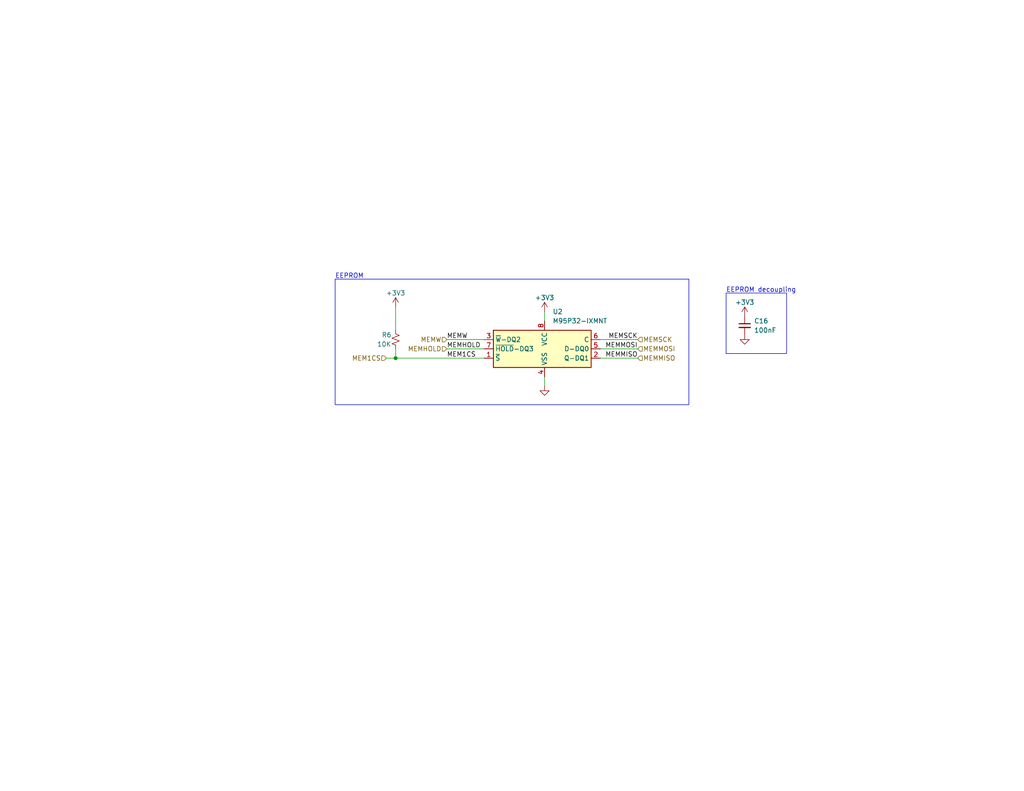
<source format=kicad_sch>
(kicad_sch (version 20230121) (generator eeschema)
  (paper "USLetter")
  (lib_symbols
    (symbol "Device:C_Small" (pin_numbers hide) (pin_names (offset 0.254) hide)
      (property "Reference" "C" (at 0.254 1.778 0))
      (property "Value" "C_Small" (at 0.254 -2.032 0))
      (symbol "C_Small_0_1"
        (polyline (pts (xy -1.524 -0.508) (xy 1.524 -0.508)) (stroke (width 0.3302)))
        (polyline (pts (xy -1.524 0.508) (xy 1.524 0.508)) (stroke (width 0.3048)))
      )
      (symbol "C_Small_1_1"
        (pin passive line (at 0 2.54 270) (length 2.032) (name "~") (number "1"))
        (pin passive line (at 0 -2.54 90) (length 2.032) (name "~") (number "2"))
      )
    )
    (symbol "Device:R_Small_US" (pin_numbers hide) (pin_names (offset 0.254) hide)
      (property "Reference" "R" (at 0.762 0.508 0))
      (property "Value" "R_Small_US" (at 0.762 -1.016 0))
      (symbol "R_Small_US_1_1"
        (polyline (pts (xy 0 0) (xy 1.016 -0.381) (xy 0 -0.762) (xy -1.016 -1.143) (xy 0 -1.524)))
        (polyline (pts (xy 0 1.524) (xy 1.016 1.143) (xy 0 0.762) (xy -1.016 0.381) (xy 0 0)))
        (pin passive line (at 0 2.54 270) (length 1.016) (name "~") (number "1"))
        (pin passive line (at 0 -2.54 90) (length 1.016) (name "~") (number "2"))
      )
    )
    (symbol "Memory_EEPROM_Custom:M95P32-IXMNT"
      (property "Reference" "U" (at -7.62 6.35 0))
      (property "Value" "M95P32-IXMNT" (at 2.54 -6.35 0))
      (symbol "M95P32-IXMNT_1_1"
        (rectangle (start -13.97 5.08) (end 12.7 -5.08) (stroke (width 0.254)) (fill (type background)))
        (pin input line (at -16.51 -2.54 0) (length 2.54) (name "~{S}") (number "1"))
        (pin output line (at 15.24 -2.54 180) (length 2.54) (name "Q-DQ1") (number "2"))
        (pin input line (at -16.51 2.54 0) (length 2.54) (name "~{W}-DQ2") (number "3"))
        (pin power_in line (at 0 -7.62 90) (length 2.54) (name "VSS") (number "4"))
        (pin input line (at 15.24 0 180) (length 2.54) (name "D-DQ0") (number "5"))
        (pin input line (at 15.24 2.54 180) (length 2.54) (name "C") (number "6"))
        (pin input line (at -16.51 0 0) (length 2.54) (name "~{HOLD}-DQ3") (number "7"))
        (pin power_in line (at 0 7.62 270) (length 2.54) (name "VCC") (number "8"))
      )
    )
    (symbol "power:+3V3" (power) (pin_names (offset 0))
      (property "Value" "+3V3" (at 0 3.556 0))
      (symbol "+3V3_0_1"
        (polyline (pts (xy -0.762 1.27) (xy 0 2.54)))
        (polyline (pts (xy 0 0) (xy 0 2.54)))
        (polyline (pts (xy 0 2.54) (xy 0.762 1.27)))
      )
      (symbol "+3V3_1_1"
        (pin power_in line (at 0 0 90) (length 0) hide (name "+3V3") (number "1"))
      )
    )
    (symbol "power:GND" (power) (pin_names (offset 0))
      (property "Value" "GND" (at 0 -3.81 0))
      (symbol "GND_0_1"
        (polyline (pts (xy 0 0) (xy 0 -1.27) (xy 1.27 -1.27) (xy 0 -2.54) (xy -1.27 -1.27) (xy 0 -1.27)))
      )
      (symbol "GND_1_1"
        (pin power_in line (at 0 0 270) (length 0) hide (name "GND") (number "1"))
      )
    )
  )
  (junction (at 107.95 97.79))
  (wire (pts (xy 107.95 97.79) (xy 132.08 97.79)))
  (wire (pts (xy 107.95 95.25) (xy 107.95 97.79)))
  (wire (pts (xy 148.59 85.09) (xy 148.59 87.63)))
  (wire (pts (xy 163.83 92.71) (xy 173.99 92.71)))
  (wire (pts (xy 121.92 95.25) (xy 132.08 95.25)))
  (wire (pts (xy 107.95 83.82) (xy 107.95 90.17)))
  (wire (pts (xy 163.83 97.79) (xy 173.99 97.79)))
  (wire (pts (xy 105.41 97.79) (xy 107.95 97.79)))
  (wire (pts (xy 148.59 102.87) (xy 148.59 105.41)))
  (wire (pts (xy 163.83 95.25) (xy 173.99 95.25)))
  (wire (pts (xy 121.92 92.71) (xy 132.08 92.71)))
  (rectangle (start 91.44 76.2) (end 187.96 110.49))
  (rectangle (start 198.12 80.01) (end 214.63 96.52))
  (text "EEPROM" (at 91.44 76.2 0) (effects (font (size 1.27 1.27)) (justify left bottom)))
  (text "EEPROM decoupling" (at 198.12 80.01 0) (effects (font (size 1.27 1.27)) (justify left bottom)))
  (label "MEMW" (at 121.92 92.71 0))
  (label "MEMHOLD" (at 121.92 95.25 0))
  (label "MEM1CS" (at 121.92 97.79 0))
  (label "MEMMISO" (at 173.99 97.79 180))
  (label "MEMMOSI" (at 173.99 95.25 180))
  (label "MEMSCK" (at 173.99 92.71 180))
  (hierarchical_label "MEMHOLD" (shape input) (at 121.92 95.25 180))
  (hierarchical_label "MEMW" (shape input) (at 121.92 92.71 180))
  (hierarchical_label "MEMMISO" (shape input) (at 173.99 97.79 0))
  (hierarchical_label "MEMSCK" (shape input) (at 173.99 92.71 0))
  (hierarchical_label "MEMMOSI" (shape input) (at 173.99 95.25 0))
  (hierarchical_label "MEM1CS" (shape input) (at 105.41 97.79 180))
  (symbol (lib_id "Memory_EEPROM_Custom:M95P32-IXMNT") (at 148.59 95.25 0) (unit 1)
    (property "Reference" "U2" (at 150.7841 85.09 0) (effects (justify left)))
    (property "Value" "M95P32-IXMNT" (at 150.7841 87.63 0) (effects (justify left)))
    (property "Footprint" "Package_SO:SO-8_3.9x4.9mm_P1.27mm" (effects hide))
    (property "Datasheet" "https://www.st.com/resource/en/datasheet/m95p32-i.pdf" (effects hide))
  )
  (symbol (lib_id "Device:C_Small") (at 203.2 88.9 0) (unit 1)
    (property "Reference" "C16" (at 205.74 87.6363 0) (effects (justify left)))
    (property "Value" "100nF" (at 205.74 90.1763 0) (effects (justify left)))
    (property "Footprint" "Capacitor_SMD:C_0805_2012Metric_Pad1.18x1.45mm_HandSolder" (effects hide))
  )
  (symbol (lib_id "Device:R_Small_US") (at 107.95 92.71 0) (unit 1)
    (property "Reference" "R6" (at 104.14 91.44 0) (effects (justify left)))
    (property "Value" "10K" (at 102.87 93.98 0) (effects (justify left)))
    (property "Footprint" "Resistor_SMD:R_0805_2012Metric_Pad1.20x1.40mm_HandSolder" (effects hide))
  )
  (symbol (lib_id "power:+3V3") (at 203.2 86.36 0) (unit 1)
    (property "Reference" "#PWR038" (effects hide))
    (property "Value" "+3V3" (at 203.2 82.55 0))
  )
  (symbol (lib_id "power:+3V3") (at 107.95 83.82 0) (unit 1)
    (property "Reference" "#PWR031" (effects hide))
    (property "Value" "+3V3" (at 107.95 80.01 0))
    (instances (project "Master PCB" (path "" (reference "#PWR031") (unit 1)) (path "" (reference "#PWR025") (unit 1))))
  )
  (symbol (lib_id "power:GND") (at 148.59 105.41 0) (unit 1)
    (property "Reference" "#PWR032" (effects hide))
    (property "Value" "GND" (effects hide))
  )
  (symbol (lib_id "power:GND") (at 203.2 91.44 0) (unit 1)
    (property "Reference" "#PWR040" (effects hide))
    (property "Value" "GND" (effects hide))
  )
  (symbol (lib_id "power:+3V3") (at 148.59 85.09 0) (unit 1)
    (property "Reference" "#PWR031" (effects hide))
    (property "Value" "+3V3" (at 148.59 81.28 0))
  )
)
</source>
